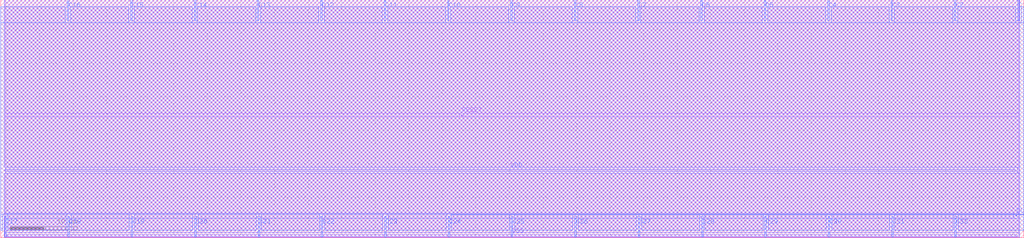
<source format=lef>
VERSION 5.7 ;
  NOWIREEXTENSIONATPIN ON ;
  DIVIDERCHAR "/" ;
  BUSBITCHARS "[]" ;
MACRO brbuf
  CLASS BLOCK ;
  FOREIGN brbuf ;
  ORIGIN 15.760 -19.030 ;
  SIZE 152.350 BY 35.460 ;
  PIN RESET
    PORT
      LAYER li1 ;
        RECT 52.800 37.200 52.980 37.340 ;
    END
  END RESET
  PIN VDD
    PORT
      LAYER met1 ;
        RECT -15.160 28.890 135.350 29.230 ;
    END
  END VDD
  PIN C9
    PORT
      LAYER met2 ;
        RECT 60.210 51.340 60.430 54.450 ;
    END
  END C9
  PIN C10
    PORT
      LAYER met2 ;
        RECT 50.770 51.340 50.990 54.450 ;
    END
  END C10
  PIN C11
    PORT
      LAYER met2 ;
        RECT 41.330 51.340 41.550 54.450 ;
    END
  END C11
  PIN C12
    PORT
      LAYER met2 ;
        RECT 31.890 51.340 32.110 54.450 ;
    END
  END C12
  PIN C13
    PORT
      LAYER met2 ;
        RECT 22.450 51.340 22.670 54.450 ;
    END
  END C13
  PIN C14
    PORT
      LAYER met2 ;
        RECT 13.010 51.340 13.230 54.450 ;
    END
  END C14
  PIN C15
    PORT
      LAYER met2 ;
        RECT 3.570 51.340 3.790 54.450 ;
    END
  END C15
  PIN C16
    PORT
      LAYER met2 ;
        RECT -5.870 51.340 -5.650 54.450 ;
    END
  END C16
  PIN C17
    PORT
      LAYER met2 ;
        RECT -15.220 19.090 -15.000 22.200 ;
    END
  END C17
  PIN C18
    PORT
      LAYER met2 ;
        RECT -5.780 19.090 -5.560 22.200 ;
    END
  END C18
  PIN C19
    PORT
      LAYER met2 ;
        RECT 3.660 19.090 3.880 22.200 ;
    END
  END C19
  PIN C20
    PORT
      LAYER met2 ;
        RECT 13.100 19.090 13.320 22.200 ;
    END
  END C20
  PIN C21
    PORT
      LAYER met2 ;
        RECT 22.540 19.090 22.760 22.200 ;
    END
  END C21
  PIN C22
    PORT
      LAYER met2 ;
        RECT 31.980 19.090 32.200 22.200 ;
    END
  END C22
  PIN C23
    PORT
      LAYER met2 ;
        RECT 41.420 19.090 41.640 22.200 ;
    END
  END C23
  PIN C24
    PORT
      LAYER met2 ;
        RECT 50.860 19.090 51.080 22.200 ;
    END
  END C24
  PIN C25
    PORT
      LAYER met2 ;
        RECT 60.300 19.070 60.520 22.180 ;
    END
  END C25
  PIN C26
    PORT
      LAYER met2 ;
        RECT 69.740 19.070 69.960 22.180 ;
    END
  END C26
  PIN C27
    PORT
      LAYER met2 ;
        RECT 79.180 19.070 79.400 22.180 ;
    END
  END C27
  PIN C28
    PORT
      LAYER met2 ;
        RECT 88.620 19.070 88.840 22.180 ;
    END
  END C28
  PIN C29
    PORT
      LAYER met2 ;
        RECT 98.060 19.070 98.280 22.180 ;
    END
  END C29
  PIN C30
    PORT
      LAYER met2 ;
        RECT 107.500 19.070 107.720 22.180 ;
    END
  END C30
  PIN C31
    PORT
      LAYER met2 ;
        RECT 116.940 19.070 117.160 22.180 ;
    END
  END C31
  PIN C32
    PORT
      LAYER met2 ;
        RECT 126.380 19.070 126.600 22.180 ;
    END
  END C32
  PIN C1
    PORT
      LAYER met2 ;
        RECT 135.730 51.320 135.950 54.430 ;
    END
  END C1
  PIN C2
    PORT
      LAYER met2 ;
        RECT 126.290 51.320 126.510 54.430 ;
    END
  END C2
  PIN C3
    PORT
      LAYER met2 ;
        RECT 116.850 51.320 117.070 54.430 ;
    END
  END C3
  PIN C4
    PORT
      LAYER met2 ;
        RECT 107.410 51.320 107.630 54.430 ;
    END
  END C4
  PIN C5
    PORT
      LAYER met2 ;
        RECT 97.970 51.320 98.190 54.430 ;
    END
  END C5
  PIN C6
    PORT
      LAYER met2 ;
        RECT 88.530 51.320 88.750 54.430 ;
    END
  END C6
  PIN C7
    PORT
      LAYER met2 ;
        RECT 79.090 51.320 79.310 54.430 ;
    END
  END C7
  PIN C8
    PORT
      LAYER met2 ;
        RECT 69.650 51.320 69.870 54.430 ;
    END
  END C8
  PIN VSS
    PORT
      LAYER met1 ;
        RECT -14.880 19.110 135.630 19.450 ;
    END
  END VSS
  PIN OUT
    PORT
      LAYER met1 ;
        RECT 135.420 22.190 135.580 22.350 ;
    END
  END OUT
  OBS
      LAYER li1 ;
        RECT -15.120 37.510 135.850 54.440 ;
        RECT -15.120 37.030 52.630 37.510 ;
        RECT 53.150 37.030 135.850 37.510 ;
        RECT -15.120 19.080 135.850 37.030 ;
      LAYER met1 ;
        RECT -15.280 29.510 136.010 54.440 ;
        RECT 135.630 28.610 136.010 29.510 ;
        RECT -15.280 22.630 136.010 28.610 ;
        RECT -15.280 21.910 135.140 22.630 ;
        RECT 135.860 21.910 136.010 22.630 ;
        RECT -15.280 19.730 136.010 21.910 ;
        RECT -15.280 19.080 -15.160 19.730 ;
        RECT 135.910 19.080 136.010 19.730 ;
      LAYER met2 ;
        RECT -15.760 51.060 -6.150 53.440 ;
        RECT -5.370 51.060 3.290 53.440 ;
        RECT 4.070 51.060 12.730 53.440 ;
        RECT 13.510 51.060 22.170 53.440 ;
        RECT 22.950 51.060 31.610 53.440 ;
        RECT 32.390 51.060 41.050 53.440 ;
        RECT 41.830 51.060 50.490 53.440 ;
        RECT 51.270 51.060 59.930 53.440 ;
        RECT 60.710 51.060 69.370 53.440 ;
        RECT -15.760 51.040 69.370 51.060 ;
        RECT 70.150 51.040 78.810 53.440 ;
        RECT 79.590 51.040 88.250 53.440 ;
        RECT 89.030 51.040 97.690 53.440 ;
        RECT 98.470 51.040 107.130 53.440 ;
        RECT 107.910 51.040 116.570 53.440 ;
        RECT 117.350 51.040 126.010 53.440 ;
        RECT 126.790 51.040 135.450 53.440 ;
        RECT 136.230 51.040 136.590 53.440 ;
        RECT -15.760 22.480 136.590 51.040 ;
        RECT -15.760 20.080 -15.500 22.480 ;
        RECT -14.720 20.080 -6.060 22.480 ;
        RECT -5.280 20.080 3.380 22.480 ;
        RECT 4.160 20.080 12.820 22.480 ;
        RECT 13.600 20.080 22.260 22.480 ;
        RECT 23.040 20.080 31.700 22.480 ;
        RECT 32.480 20.080 41.140 22.480 ;
        RECT 41.920 20.080 50.580 22.480 ;
        RECT 51.360 22.460 136.590 22.480 ;
        RECT 51.360 20.080 60.020 22.460 ;
        RECT 60.800 20.080 69.460 22.460 ;
        RECT 70.240 20.080 78.900 22.460 ;
        RECT 79.680 20.080 88.340 22.460 ;
        RECT 89.120 20.080 97.780 22.460 ;
        RECT 98.560 20.080 107.220 22.460 ;
        RECT 108.000 20.080 116.660 22.460 ;
        RECT 117.440 20.080 126.100 22.460 ;
        RECT 126.880 20.080 136.590 22.460 ;
  END
END brbuf
END LIBRARY


</source>
